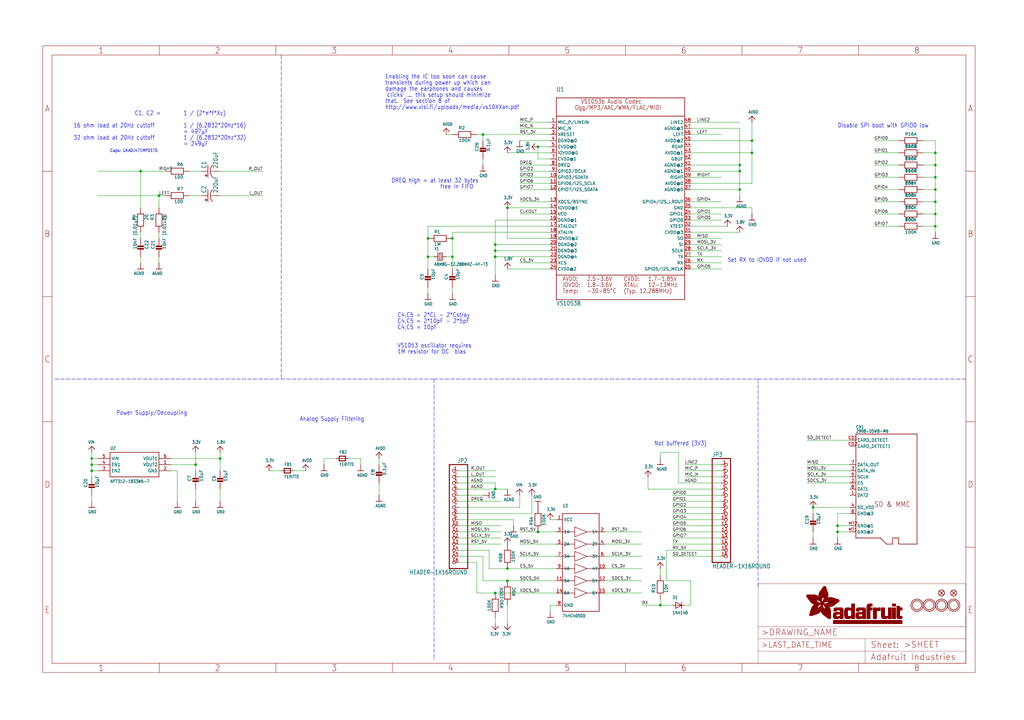
<source format=kicad_sch>
(kicad_sch (version 20211123) (generator eeschema)
  (paper "User" 425.45 299.161)
  (lib_symbols
    (symbol "eagleSchem-eagle-import:1.8V" (power)
      (property "Value" "1.8V" (at -1.524 1.016 0))
      (symbol "1.8V_1_0"
        (pin power_in line (at 0 -2.54 90) (length 2.54) (name "1.8V") (number "1"))
      )
    )
    (symbol "eagleSchem-eagle-import:3.3V" (power)
      (property "Value" "3.3V" (at -1.524 1.016 0))
      (symbol "3.3V_1_0"
        (pin power_in line (at 0 -2.54 90) (length 2.54) (name "3.3V") (number "1"))
      )
    )
    (symbol "eagleSchem-eagle-import:74HC4050D"
      (property "Reference" "U" (at -7.62 22.86 0))
      (property "Value" "74HC4050D" (at -7.62 -22.86 0))
      (symbol "74HC4050D_1_0"
        (pin bidirectional line (at -10.16 17.78 0) (length 2.54) (name "VCC") (number "1"))
        (pin bidirectional line (at 10.16 -2.54 180) (length 2.54) (name "4Y") (number "10"))
        (pin bidirectional line (at -10.16 -7.62 0) (length 2.54) (name "5A") (number "11"))
        (pin bidirectional line (at 10.16 -7.62 180) (length 2.54) (name "5Y") (number "12"))
        (pin bidirectional line (at -10.16 -12.7 0) (length 2.54) (name "6A") (number "14"))
        (pin bidirectional line (at 10.16 -12.7 180) (length 2.54) (name "6Y") (number "15"))
        (pin bidirectional line (at 10.16 12.7 180) (length 2.54) (name "1Y") (number "2"))
        (pin bidirectional line (at -10.16 12.7 0) (length 2.54) (name "1A") (number "3"))
        (pin bidirectional line (at 10.16 7.62 180) (length 2.54) (name "2Y") (number "4"))
        (pin bidirectional line (at -10.16 7.62 0) (length 2.54) (name "2A") (number "5"))
        (pin bidirectional line (at 10.16 2.54 180) (length 2.54) (name "3Y") (number "6"))
        (pin bidirectional line (at -10.16 2.54 0) (length 2.54) (name "3A") (number "7"))
        (pin bidirectional line (at -10.16 -17.78 0) (length 2.54) (name "GND") (number "8"))
        (pin bidirectional line (at -10.16 -2.54 0) (length 2.54) (name "4A") (number "9"))
      )
    )
    (symbol "eagleSchem-eagle-import:AGND" (power)
      (property "Value" "AGND" (at -1.524 -2.54 0))
      (symbol "AGND_1_0"
        (pin power_in line (at 0 2.54 270) (length 2.54) (name "AGND") (number "1"))
      )
    )
    (symbol "eagleSchem-eagle-import:AVDD" (power)
      (property "Value" "AVDD" (at -1.524 1.016 0))
      (symbol "AVDD_1_0"
        (pin power_in line (at 0 -2.54 90) (length 2.54) (name "AVDD") (number "1"))
      )
    )
    (symbol "eagleSchem-eagle-import:CAP_CERAMIC_0805MP"
      (property "Reference" "C" (at -1.79 0.54 90))
      (property "Value" "CAP_CERAMIC_0805MP" (at 3 0.54 90))
      (symbol "CAP_CERAMIC_0805MP_1_0"
        (pin passive line (at 0 5.08 270) (length 2.54) (name "1") (number "1"))
        (pin passive line (at 0 -2.54 90) (length 2.54) (name "2") (number "2"))
      )
    )
    (symbol "eagleSchem-eagle-import:CPOL-USC"
      (property "Reference" "C" (at 1.016 0.635 0))
      (property "Value" "CPOL-USC" (at 1.016 -4.191 0))
      (symbol "CPOL-USC_1_0"
        (pin passive line (at 0 2.54 270) (length 2.54) (name "+") (number "+"))
        (pin passive line (at 0 -5.08 90) (length 2.54) (name "-") (number "-"))
      )
    )
    (symbol "eagleSchem-eagle-import:CRYSTAL3.2X2.5"
      (property "Reference" "Y" (at -2.54 2.54 0))
      (property "Value" "CRYSTAL3.2X2.5" (at -2.54 -3.81 0))
      (symbol "CRYSTAL3.2X2.5_1_0"
        (pin passive line (at -2.54 0 0) (length 0) (name "1") (number "1"))
        (pin passive line (at 2.54 0 180) (length 0) (name "2") (number "2"))
      )
    )
    (symbol "eagleSchem-eagle-import:DIODESOD-323"
      (property "Reference" "D" (at -2.54 2.54 0))
      (property "Value" "DIODESOD-323" (at -2.54 -3.81 0))
      (symbol "DIODESOD-323_1_0"
        (pin passive line (at -2.54 0 0) (length 2.54) (name "A") (number "A"))
        (pin passive line (at 2.54 0 180) (length 2.54) (name "C") (number "C"))
      )
    )
    (symbol "eagleSchem-eagle-import:FERRITE_0805MP"
      (property "Reference" "FB" (at -1.27 1.905 0))
      (property "Value" "FERRITE_0805MP" (at -1.27 -3.175 0))
      (symbol "FERRITE_0805MP_1_0"
        (pin passive line (at -2.54 0 0) (length 2.54) (name "P$1") (number "1"))
        (pin passive line (at 2.54 0 180) (length 2.54) (name "P$2") (number "2"))
      )
    )
    (symbol "eagleSchem-eagle-import:FIDUCIAL{dblquote}{dblquote}")
    (symbol "eagleSchem-eagle-import:FRAME_A3_ADAFRUIT"
      (symbol "FRAME_A3_ADAFRUIT_0_0"
        (text "1" (at 24.2094 1.905 0) (effects (font (size 2.54 2.286))))
        (text "1" (at 24.2094 258.445 0) (effects (font (size 2.54 2.286))))
        (text "2" (at 72.6281 1.905 0) (effects (font (size 2.54 2.286))))
        (text "2" (at 72.6281 258.445 0) (effects (font (size 2.54 2.286))))
        (text "3" (at 121.0469 1.905 0) (effects (font (size 2.54 2.286))))
        (text "3" (at 121.0469 258.445 0) (effects (font (size 2.54 2.286))))
        (text "4" (at 169.4656 1.905 0) (effects (font (size 2.54 2.286))))
        (text "4" (at 169.4656 258.445 0) (effects (font (size 2.54 2.286))))
        (text "5" (at 217.8844 1.905 0) (effects (font (size 2.54 2.286))))
        (text "5" (at 217.8844 258.445 0) (effects (font (size 2.54 2.286))))
        (text "6" (at 266.3031 1.905 0) (effects (font (size 2.54 2.286))))
        (text "6" (at 266.3031 258.445 0) (effects (font (size 2.54 2.286))))
        (text "7" (at 314.7219 1.905 0) (effects (font (size 2.54 2.286))))
        (text "7" (at 314.7219 258.445 0) (effects (font (size 2.54 2.286))))
        (text "8" (at 363.1406 1.905 0) (effects (font (size 2.54 2.286))))
        (text "8" (at 363.1406 258.445 0) (effects (font (size 2.54 2.286))))
        (text "A" (at 1.905 234.315 0) (effects (font (size 2.54 2.286))))
        (text "A" (at 385.445 234.315 0) (effects (font (size 2.54 2.286))))
        (text "B" (at 1.905 182.245 0) (effects (font (size 2.54 2.286))))
        (text "B" (at 385.445 182.245 0) (effects (font (size 2.54 2.286))))
        (text "C" (at 1.905 130.175 0) (effects (font (size 2.54 2.286))))
        (text "C" (at 385.445 130.175 0) (effects (font (size 2.54 2.286))))
        (text "D" (at 1.905 78.105 0) (effects (font (size 2.54 2.286))))
        (text "D" (at 385.445 78.105 0) (effects (font (size 2.54 2.286))))
        (text "E" (at 1.905 26.035 0) (effects (font (size 2.54 2.286))))
        (text "E" (at 385.445 26.035 0) (effects (font (size 2.54 2.286))))
      )
      (symbol "FRAME_A3_ADAFRUIT_1_0"
        (text ">DRAWING_NAME" (at 298.45 15.24 0) (effects (font (size 2.54 2.54)) (justify left bottom)))
        (text ">LAST_DATE_TIME" (at 298.45 10.16 0) (effects (font (size 2.286 2.286)) (justify left bottom)))
        (text ">SHEET" (at 357.505 10.16 0) (effects (font (size 2.54 2.54)) (justify left bottom)))
        (text "Adafruit Industries" (at 343.916 4.953 0) (effects (font (size 2.54 2.54)) (justify left bottom)))
        (text "Sheet:" (at 343.916 10.033 0) (effects (font (size 2.54 2.54)) (justify left bottom)))
      )
    )
    (symbol "eagleSchem-eagle-import:GND" (power)
      (property "Value" "GND" (at -1.524 -2.54 0))
      (symbol "GND_1_0"
        (pin power_in line (at 0 2.54 270) (length 2.54) (name "GND") (number "1"))
      )
    )
    (symbol "eagleSchem-eagle-import:HEADER-1X16ROUND"
      (property "Reference" "JP" (at -6.35 20.955 0))
      (property "Value" "HEADER-1X16ROUND" (at -6.35 -25.4 0))
      (symbol "HEADER-1X16ROUND_1_0"
        (pin passive inverted (at -2.54 17.78 0) (length 2.54) (name "1") (number "1"))
        (pin passive inverted (at -2.54 -5.08 0) (length 2.54) (name "10") (number "10"))
        (pin passive inverted (at -2.54 -7.62 0) (length 2.54) (name "11") (number "11"))
        (pin passive inverted (at -2.54 -10.16 0) (length 2.54) (name "12") (number "12"))
        (pin passive inverted (at -2.54 -12.7 0) (length 2.54) (name "13") (number "13"))
        (pin passive inverted (at -2.54 -15.24 0) (length 2.54) (name "14") (number "14"))
        (pin passive inverted (at -2.54 -17.78 0) (length 2.54) (name "15") (number "15"))
        (pin passive inverted (at -2.54 -20.32 0) (length 2.54) (name "16") (number "16"))
        (pin passive inverted (at -2.54 15.24 0) (length 2.54) (name "2") (number "2"))
        (pin passive inverted (at -2.54 12.7 0) (length 2.54) (name "3") (number "3"))
        (pin passive inverted (at -2.54 10.16 0) (length 2.54) (name "4") (number "4"))
        (pin passive inverted (at -2.54 7.62 0) (length 2.54) (name "5") (number "5"))
        (pin passive inverted (at -2.54 5.08 0) (length 2.54) (name "6") (number "6"))
        (pin passive inverted (at -2.54 2.54 0) (length 2.54) (name "7") (number "7"))
        (pin passive inverted (at -2.54 0 0) (length 2.54) (name "8") (number "8"))
        (pin passive inverted (at -2.54 -2.54 0) (length 2.54) (name "9") (number "9"))
      )
    )
    (symbol "eagleSchem-eagle-import:MICROSD"
      (property "Reference" "X" (at -12.7 22.606 0))
      (property "Value" "MICROSD" (at -12.7 20.828 0))
      (symbol "MICROSD_1_0"
        (text "SD & MMC" (at -5.08 -10.16 0) (effects (font (size 2.1844 1.8567)) (justify left bottom)))
        (pin bidirectional line (at -15.24 -5.08 0) (length 2.54) (name "DAT2") (number "1"))
        (pin input line (at -15.24 0 0) (length 2.54) (name "CS") (number "2"))
        (pin input line (at -15.24 5.08 0) (length 2.54) (name "DATA_IN") (number "3"))
        (pin power_in line (at -15.24 -10.16 0) (length 2.54) (name "SD_VDD") (number "4"))
        (pin input line (at -15.24 2.54 0) (length 2.54) (name "SCLK") (number "5"))
        (pin power_in line (at -15.24 -12.7 0) (length 2.54) (name "GND@3") (number "6"))
        (pin output line (at -15.24 7.62 0) (length 2.54) (name "DATA_OUT") (number "7"))
        (pin bidirectional line (at -15.24 -2.54 0) (length 2.54) (name "DAT1") (number "8"))
        (pin passive line (at -15.24 17.78 0) (length 2.54) (name "CARD_DETECT") (number "CD1"))
        (pin passive line (at -15.24 15.24 0) (length 2.54) (name "CARD_DETECT1") (number "CD2"))
        (pin power_in line (at -15.24 -20.32 0) (length 2.54) (name "GND@2") (number "MT1"))
        (pin power_in line (at -15.24 -17.78 0) (length 2.54) (name "GND@1") (number "MT2"))
      )
    )
    (symbol "eagleSchem-eagle-import:MOUNTINGHOLE3.0THIN")
    (symbol "eagleSchem-eagle-import:RESISTOR0805_NOOUTLINE"
      (property "Reference" "R" (at -2.54 2.032 0))
      (property "Value" "RESISTOR0805_NOOUTLINE" (at -2.54 -3.175 0))
      (symbol "RESISTOR0805_NOOUTLINE_1_0"
        (pin passive line (at -5.08 0 0) (length 2.54) (name "1") (number "1"))
        (pin passive line (at 5.08 0 180) (length 2.54) (name "2") (number "2"))
      )
    )
    (symbol "eagleSchem-eagle-import:RESISTOR_0805MP"
      (property "Reference" "R" (at -2.54 2.032 0))
      (property "Value" "RESISTOR_0805MP" (at -2.54 -3.175 0))
      (symbol "RESISTOR_0805MP_1_0"
        (pin passive line (at -5.08 0 0) (length 2.54) (name "1") (number "1"))
        (pin passive line (at 5.08 0 180) (length 2.54) (name "2") (number "2"))
      )
    )
    (symbol "eagleSchem-eagle-import:RESISTOR_4PACK"
      (property "Reference" "R" (at -2.54 2.032 0))
      (property "Value" "RESISTOR_4PACK" (at -2.54 -3.175 0))
      (symbol "RESISTOR_4PACK_1_0"
        (pin passive line (at -5.08 0 0) (length 2.54) (name "1") (number "1"))
        (pin passive line (at 5.08 0 180) (length 2.54) (name "2") (number "8"))
      )
      (symbol "RESISTOR_4PACK_2_0"
        (pin passive line (at -5.08 0 0) (length 2.54) (name "1") (number "2"))
        (pin passive line (at 5.08 0 180) (length 2.54) (name "2") (number "7"))
      )
      (symbol "RESISTOR_4PACK_3_0"
        (pin passive line (at -5.08 0 0) (length 2.54) (name "1") (number "3"))
        (pin passive line (at 5.08 0 180) (length 2.54) (name "2") (number "6"))
      )
      (symbol "RESISTOR_4PACK_4_0"
        (pin passive line (at -5.08 0 0) (length 2.54) (name "1") (number "4"))
        (pin passive line (at 5.08 0 180) (length 2.54) (name "2") (number "5"))
      )
    )
    (symbol "eagleSchem-eagle-import:VIN" (power)
      (property "Value" "VIN" (at -1.524 1.016 0))
      (symbol "VIN_1_0"
        (pin power_in line (at 0 -2.54 90) (length 2.54) (name "VIN") (number "1"))
      )
    )
    (symbol "eagleSchem-eagle-import:VREG_SOT23-6_DUALAP7312"
      (property "Reference" "U" (at -10.16 6.096 0))
      (property "Value" "VREG_SOT23-6_DUALAP7312" (at -10.16 -7.62 0))
      (symbol "VREG_SOT23-6_DUALAP7312_1_0"
        (pin bidirectional line (at 15.24 0 180) (length 5.08) (name "VOUT2") (number "1"))
        (pin bidirectional line (at 15.24 -2.54 180) (length 5.08) (name "GND") (number "2"))
        (pin bidirectional line (at -15.24 -2.54 0) (length 5.08) (name "EN2") (number "3"))
        (pin bidirectional line (at -15.24 0 0) (length 5.08) (name "EN1") (number "4"))
        (pin bidirectional line (at -15.24 2.54 0) (length 5.08) (name "VIN") (number "5"))
        (pin bidirectional line (at 15.24 2.54 180) (length 5.08) (name "VOUT1") (number "6"))
      )
    )
    (symbol "eagleSchem-eagle-import:VS1053B"
      (property "Reference" "U" (at -25.4 43.18 0))
      (property "Value" "VS1053B" (at -25.4 -45.72 0))
      (symbol "VS1053B_1_0"
        (text "(Typ. 12.288MHz)" (at 2.54 -40.64 0) (effects (font (size 1.778 1.5113)) (justify left bottom)))
        (text "-30-85°C" (at -12.7 -40.64 0) (effects (font (size 1.778 1.5113)) (justify left bottom)))
        (text "1.7-1.85V" (at 12.7 -35.56 0) (effects (font (size 1.778 1.5113)) (justify left bottom)))
        (text "1.8-3.6V" (at -12.7 -38.1 0) (effects (font (size 1.778 1.5113)) (justify left bottom)))
        (text "12-13MHz" (at 12.7 -38.1 0) (effects (font (size 1.778 1.5113)) (justify left bottom)))
        (text "2.5-3.6V" (at -12.7 -35.56 0) (effects (font (size 1.778 1.5113)) (justify left bottom)))
        (text "AVDD:" (at -22.86 -35.56 0) (effects (font (size 1.778 1.5113)) (justify left bottom)))
        (text "CVDD:" (at 2.54 -35.56 0) (effects (font (size 1.778 1.5113)) (justify left bottom)))
        (text "IOVDD:" (at -22.86 -38.1 0) (effects (font (size 1.778 1.5113)) (justify left bottom)))
        (text "Ogg/MP3/AAC/WMA/FLAC/MIDI" (at -17.78 35.56 0) (effects (font (size 1.778 1.5113)) (justify left bottom)))
        (text "Temp:" (at -22.86 -40.64 0) (effects (font (size 1.778 1.5113)) (justify left bottom)))
        (text "VS1053b Audio Codec" (at -15.24 38.1 0) (effects (font (size 1.778 1.5113)) (justify left bottom)))
        (text "XTAL:" (at 2.54 -38.1 0) (effects (font (size 1.778 1.5113)) (justify left bottom)))
        (pin bidirectional line (at -27.94 30.48 0) (length 2.54) (name "MIC_P/LINEIN") (number "1"))
        (pin bidirectional line (at -27.94 7.62 0) (length 2.54) (name "GPIO3/SDATA") (number "10"))
        (pin bidirectional line (at -27.94 5.08 0) (length 2.54) (name "GPIO6/I2S_SCLK") (number "11"))
        (pin bidirectional line (at -27.94 2.54 0) (length 2.54) (name "GPIO7/I2S_SDATA") (number "12"))
        (pin bidirectional line (at -27.94 -2.54 0) (length 2.54) (name "XDCS/BSYNC") (number "13"))
        (pin power_in line (at -27.94 -5.08 0) (length 2.54) (name "IOVDD@1") (number "14"))
        (pin bidirectional line (at -27.94 -7.62 0) (length 2.54) (name "VCO") (number "15"))
        (pin power_in line (at -27.94 -10.16 0) (length 2.54) (name "DGND@1") (number "16"))
        (pin output line (at -27.94 -12.7 0) (length 2.54) (name "XTALOUT") (number "17"))
        (pin input line (at -27.94 -15.24 0) (length 2.54) (name "XTALIN") (number "18"))
        (pin power_in line (at -27.94 -17.78 0) (length 2.54) (name "IOVDD@2") (number "19"))
        (pin bidirectional line (at -27.94 27.94 0) (length 2.54) (name "MIC_N") (number "2"))
        (pin power_in line (at -27.94 -20.32 0) (length 2.54) (name "DGND@2") (number "20"))
        (pin power_in line (at -27.94 -22.86 0) (length 2.54) (name "DGND@3") (number "21"))
        (pin power_in line (at -27.94 -25.4 0) (length 2.54) (name "DGND@4") (number "22"))
        (pin bidirectional line (at -27.94 -27.94 0) (length 2.54) (name "XCS") (number "23"))
        (pin power_in line (at -27.94 -30.48 0) (length 2.54) (name "CVDD@2") (number "24"))
        (pin bidirectional line (at 30.48 -30.48 180) (length 2.54) (name "GPIO5/I2S_MCLK") (number "25"))
        (pin bidirectional line (at 30.48 -27.94 180) (length 2.54) (name "RX") (number "26"))
        (pin bidirectional line (at 30.48 -25.4 180) (length 2.54) (name "TX") (number "27"))
        (pin bidirectional line (at 30.48 -22.86 180) (length 2.54) (name "SCLK") (number "28"))
        (pin bidirectional line (at 30.48 -20.32 180) (length 2.54) (name "SI") (number "29"))
        (pin bidirectional line (at -27.94 25.4 0) (length 2.54) (name "XRESET") (number "3"))
        (pin bidirectional line (at 30.48 -17.78 180) (length 2.54) (name "SO") (number "30"))
        (pin power_in line (at 30.48 -15.24 180) (length 2.54) (name "CVDD@3") (number "31"))
        (pin bidirectional line (at 30.48 -12.7 180) (length 2.54) (name "XTEST") (number "32"))
        (pin bidirectional line (at 30.48 -10.16 180) (length 2.54) (name "GPIO0") (number "33"))
        (pin bidirectional line (at 30.48 -7.62 180) (length 2.54) (name "GPIO1") (number "34"))
        (pin power_in line (at 30.48 -5.08 180) (length 2.54) (name "GND") (number "35"))
        (pin bidirectional line (at 30.48 -2.54 180) (length 2.54) (name "GPIO4/I2S_LROUT") (number "36"))
        (pin power_in line (at 30.48 2.54 180) (length 2.54) (name "AGND@0") (number "37"))
        (pin power_in line (at 30.48 5.08 180) (length 2.54) (name "AVDD@0") (number "38"))
        (pin bidirectional line (at 30.48 7.62 180) (length 2.54) (name "RIGHT") (number "39"))
        (pin power_in line (at -27.94 22.86 0) (length 2.54) (name "DGND@0") (number "4"))
        (pin power_in line (at 30.48 10.16 180) (length 2.54) (name "AGND@1") (number "40"))
        (pin power_in line (at 30.48 12.7 180) (length 2.54) (name "AGND@2") (number "41"))
        (pin bidirectional line (at 30.48 15.24 180) (length 2.54) (name "GBUF") (number "42"))
        (pin power_in line (at 30.48 17.78 180) (length 2.54) (name "AVDD@1") (number "43"))
        (pin bidirectional line (at 30.48 20.32 180) (length 2.54) (name "RCAP") (number "44"))
        (pin power_in line (at 30.48 22.86 180) (length 2.54) (name "AVDD@2") (number "45"))
        (pin bidirectional line (at 30.48 25.4 180) (length 2.54) (name "LEFT") (number "46"))
        (pin power_in line (at 30.48 27.94 180) (length 2.54) (name "AGND@3") (number "47"))
        (pin bidirectional line (at 30.48 30.48 180) (length 2.54) (name "LINE2") (number "48"))
        (pin power_in line (at -27.94 20.32 0) (length 2.54) (name "CVDD@0") (number "5"))
        (pin power_in line (at -27.94 17.78 0) (length 2.54) (name "IOVDD@0") (number "6"))
        (pin power_in line (at -27.94 15.24 0) (length 2.54) (name "CVDD@1") (number "7"))
        (pin bidirectional line (at -27.94 12.7 0) (length 2.54) (name "DREQ") (number "8"))
        (pin bidirectional line (at -27.94 10.16 0) (length 2.54) (name "GPIO2/DCLK") (number "9"))
      )
    )
  )
  (junction (at 274.32 251.46))
  (junction (at 347.98 218.44))
  (junction (at 66.04 81.28))
  (junction (at 58.42 71.12))
  (junction (at 210.82 236.22))
  (junction (at 38.1 190.5))
  (junction (at 210.82 86.36))
  (junction (at 205.74 246.38))
  (junction (at 187.96 99.06))
  (junction (at 205.74 203.2))
  (junction (at 388.62 73.66))
  (junction (at 307.34 68.58))
  (junction (at 205.74 104.14))
  (junction (at 38.1 195.58))
  (junction (at 38.1 193.04))
  (junction (at 187.96 106.68))
  (junction (at 388.62 83.82))
  (junction (at 312.42 58.42))
  (junction (at 223.52 60.96))
  (junction (at 307.34 78.74))
  (junction (at 388.62 68.58))
  (junction (at 388.62 78.74))
  (junction (at 312.42 63.5))
  (junction (at 388.62 63.5))
  (junction (at 307.34 71.12))
  (junction (at 205.74 106.68))
  (junction (at 210.82 241.3))
  (junction (at 177.8 106.68))
  (junction (at 388.62 93.98))
  (junction (at 200.66 55.88))
  (junction (at 388.62 88.9))
  (junction (at 337.82 210.82))
  (junction (at 91.44 190.5))
  (junction (at 81.28 193.04))
  (junction (at 223.52 220.98))
  (junction (at 347.98 220.98))
  (junction (at 205.74 101.6))
  (junction (at 177.8 99.06))
  (wire (pts (xy 287.02 55.88) (xy 299.72 55.88)))
  (wire (pts (xy 287.02 93.98) (xy 302.26 93.98)))
  (wire (pts (xy 307.34 78.74) (xy 307.34 81.28)))
  (wire (pts (xy 203.2 236.22) (xy 203.2 228.6)))
  (wire (pts (xy 66.04 81.28) (xy 40.64 81.28)))
  (wire (pts (xy 388.62 88.9) (xy 388.62 93.98)))
  (wire (pts (xy 40.64 195.58) (xy 38.1 195.58)))
  (wire (pts (xy 200.66 55.88) (xy 200.66 58.42)))
  (wire (pts (xy 287.02 99.06) (xy 299.72 99.06)))
  (wire (pts (xy 198.12 233.68) (xy 190.5 233.68)))
  (wire (pts (xy 149.86 190.5) (xy 149.86 193.04)))
  (wire (pts (xy 40.64 190.5) (xy 38.1 190.5)))
  (wire (pts (xy 287.02 86.36) (xy 312.42 86.36)))
  (polyline (pts (xy 116.84 157.48) (xy 180.34 157.48)))
  (wire (pts (xy 144.78 190.5) (xy 149.86 190.5)))
  (wire (pts (xy 279.4 251.46) (xy 274.32 251.46)))
  (wire (pts (xy 200.66 55.88) (xy 198.12 55.88)))
  (wire (pts (xy 312.42 50.8) (xy 312.42 58.42)))
  (wire (pts (xy 269.24 203.2) (xy 299.72 203.2)))
  (wire (pts (xy 231.14 231.14) (xy 215.9 231.14)))
  (wire (pts (xy 388.62 63.5) (xy 388.62 68.58)))
  (wire (pts (xy 307.34 53.34) (xy 307.34 68.58)))
  (wire (pts (xy 177.8 106.68) (xy 177.8 111.76)))
  (wire (pts (xy 177.8 93.98) (xy 177.8 99.06)))
  (wire (pts (xy 40.64 193.04) (xy 38.1 193.04)))
  (polyline (pts (xy 22.86 157.48) (xy 116.84 157.48)))
  (wire (pts (xy 373.38 68.58) (xy 363.22 68.58)))
  (wire (pts (xy 299.72 200.66) (xy 281.94 200.66)))
  (wire (pts (xy 383.54 63.5) (xy 388.62 63.5)))
  (wire (pts (xy 205.74 101.6) (xy 205.74 104.14)))
  (wire (pts (xy 347.98 220.98) (xy 347.98 223.52)))
  (wire (pts (xy 251.46 220.98) (xy 266.7 220.98)))
  (wire (pts (xy 347.98 218.44) (xy 347.98 220.98)))
  (wire (pts (xy 287.02 88.9) (xy 299.72 88.9)))
  (wire (pts (xy 210.82 241.3) (xy 200.66 241.3)))
  (wire (pts (xy 215.9 210.82) (xy 215.9 205.74)))
  (wire (pts (xy 231.14 251.46) (xy 228.6 251.46)))
  (wire (pts (xy 228.6 104.14) (xy 205.74 104.14)))
  (wire (pts (xy 187.96 99.06) (xy 187.96 106.68)))
  (wire (pts (xy 190.5 223.52) (xy 208.28 223.52)))
  (wire (pts (xy 312.42 58.42) (xy 312.42 63.5)))
  (wire (pts (xy 353.06 213.36) (xy 347.98 213.36)))
  (wire (pts (xy 299.72 215.9) (xy 279.4 215.9)))
  (wire (pts (xy 388.62 93.98) (xy 388.62 96.52)))
  (wire (pts (xy 210.82 99.06) (xy 210.82 86.36)))
  (wire (pts (xy 228.6 109.22) (xy 215.9 109.22)))
  (wire (pts (xy 73.66 195.58) (xy 73.66 208.28)))
  (wire (pts (xy 200.66 205.74) (xy 190.5 205.74)))
  (wire (pts (xy 58.42 71.12) (xy 58.42 86.36)))
  (wire (pts (xy 190.5 220.98) (xy 208.28 220.98)))
  (wire (pts (xy 276.86 241.3) (xy 276.86 228.6)))
  (wire (pts (xy 284.48 251.46) (xy 287.02 251.46)))
  (wire (pts (xy 66.04 81.28) (xy 66.04 86.36)))
  (wire (pts (xy 274.32 251.46) (xy 266.7 251.46)))
  (wire (pts (xy 266.7 226.06) (xy 251.46 226.06)))
  (wire (pts (xy 231.14 241.3) (xy 210.82 241.3)))
  (wire (pts (xy 228.6 71.12) (xy 215.9 71.12)))
  (wire (pts (xy 299.72 231.14) (xy 279.4 231.14)))
  (wire (pts (xy 383.54 58.42) (xy 388.62 58.42)))
  (wire (pts (xy 287.02 71.12) (xy 307.34 71.12)))
  (wire (pts (xy 157.48 190.5) (xy 157.48 193.04)))
  (wire (pts (xy 287.02 76.2) (xy 312.42 76.2)))
  (wire (pts (xy 111.76 195.58) (xy 116.84 195.58)))
  (wire (pts (xy 81.28 193.04) (xy 81.28 187.96)))
  (wire (pts (xy 228.6 88.9) (xy 215.9 88.9)))
  (wire (pts (xy 205.74 246.38) (xy 198.12 246.38)))
  (wire (pts (xy 205.74 106.68) (xy 205.74 114.3)))
  (wire (pts (xy 284.48 195.58) (xy 299.72 195.58)))
  (wire (pts (xy 388.62 73.66) (xy 388.62 78.74)))
  (wire (pts (xy 38.1 195.58) (xy 38.1 193.04)))
  (wire (pts (xy 121.92 195.58) (xy 127 195.58)))
  (wire (pts (xy 190.5 195.58) (xy 205.74 195.58)))
  (wire (pts (xy 388.62 58.42) (xy 388.62 63.5)))
  (wire (pts (xy 299.72 226.06) (xy 279.4 226.06)))
  (wire (pts (xy 228.6 68.58) (xy 215.9 68.58)))
  (wire (pts (xy 299.72 220.98) (xy 279.4 220.98)))
  (wire (pts (xy 281.94 187.96) (xy 281.94 200.66)))
  (wire (pts (xy 287.02 101.6) (xy 299.72 101.6)))
  (wire (pts (xy 287.02 111.76) (xy 299.72 111.76)))
  (wire (pts (xy 299.72 210.82) (xy 279.4 210.82)))
  (wire (pts (xy 177.8 99.06) (xy 177.8 106.68)))
  (wire (pts (xy 228.6 111.76) (xy 210.82 111.76)))
  (wire (pts (xy 190.5 208.28) (xy 208.28 208.28)))
  (wire (pts (xy 190.5 203.2) (xy 205.74 203.2)))
  (wire (pts (xy 205.74 203.2) (xy 210.82 203.2)))
  (wire (pts (xy 210.82 236.22) (xy 203.2 236.22)))
  (wire (pts (xy 287.02 63.5) (xy 312.42 63.5)))
  (wire (pts (xy 287.02 78.74) (xy 307.34 78.74)))
  (wire (pts (xy 228.6 93.98) (xy 177.8 93.98)))
  (wire (pts (xy 388.62 78.74) (xy 388.62 83.82)))
  (wire (pts (xy 231.14 215.9) (xy 228.6 215.9)))
  (wire (pts (xy 228.6 76.2) (xy 215.9 76.2)))
  (polyline (pts (xy 180.34 157.48) (xy 314.96 157.48)))
  (wire (pts (xy 383.54 73.66) (xy 388.62 73.66)))
  (wire (pts (xy 251.46 231.14) (xy 266.7 231.14)))
  (wire (pts (xy 205.74 256.54) (xy 205.74 259.08)))
  (wire (pts (xy 299.72 223.52) (xy 279.4 223.52)))
  (wire (pts (xy 66.04 96.52) (xy 66.04 99.06)))
  (wire (pts (xy 203.2 228.6) (xy 190.5 228.6)))
  (wire (pts (xy 287.02 251.46) (xy 287.02 241.3)))
  (wire (pts (xy 274.32 238.76) (xy 274.32 236.22)))
  (wire (pts (xy 205.74 200.66) (xy 205.74 203.2)))
  (wire (pts (xy 383.54 83.82) (xy 388.62 83.82)))
  (wire (pts (xy 180.34 106.68) (xy 177.8 106.68)))
  (wire (pts (xy 228.6 73.66) (xy 215.9 73.66)))
  (wire (pts (xy 91.44 190.5) (xy 91.44 187.96)))
  (wire (pts (xy 228.6 251.46) (xy 228.6 254)))
  (wire (pts (xy 91.44 203.2) (xy 91.44 208.28)))
  (wire (pts (xy 81.28 193.04) (xy 81.28 195.58)))
  (wire (pts (xy 388.62 68.58) (xy 388.62 73.66)))
  (wire (pts (xy 228.6 50.8) (xy 215.9 50.8)))
  (wire (pts (xy 91.44 81.28) (xy 109.22 81.28)))
  (wire (pts (xy 210.82 251.46) (xy 210.82 259.08)))
  (wire (pts (xy 228.6 101.6) (xy 205.74 101.6)))
  (wire (pts (xy 287.02 106.68) (xy 299.72 106.68)))
  (wire (pts (xy 187.96 106.68) (xy 187.96 111.76)))
  (wire (pts (xy 251.46 241.3) (xy 266.7 241.3)))
  (wire (pts (xy 220.98 213.36) (xy 220.98 205.74)))
  (wire (pts (xy 287.02 68.58) (xy 307.34 68.58)))
  (wire (pts (xy 353.06 198.12) (xy 335.28 198.12)))
  (wire (pts (xy 134.62 190.5) (xy 139.7 190.5)))
  (wire (pts (xy 205.74 104.14) (xy 205.74 106.68)))
  (wire (pts (xy 78.74 71.12) (xy 83.82 71.12)))
  (wire (pts (xy 388.62 83.82) (xy 388.62 88.9)))
  (wire (pts (xy 71.12 193.04) (xy 81.28 193.04)))
  (wire (pts (xy 353.06 218.44) (xy 347.98 218.44)))
  (wire (pts (xy 383.54 93.98) (xy 388.62 93.98)))
  (wire (pts (xy 68.58 71.12) (xy 58.42 71.12)))
  (wire (pts (xy 185.42 106.68) (xy 187.96 106.68)))
  (wire (pts (xy 190.5 213.36) (xy 220.98 213.36)))
  (wire (pts (xy 78.74 81.28) (xy 83.82 81.28)))
  (wire (pts (xy 38.1 205.74) (xy 38.1 208.28)))
  (wire (pts (xy 228.6 96.52) (xy 187.96 96.52)))
  (wire (pts (xy 187.96 119.38) (xy 187.96 121.92)))
  (wire (pts (xy 38.1 195.58) (xy 38.1 198.12)))
  (wire (pts (xy 299.72 218.44) (xy 279.4 218.44)))
  (wire (pts (xy 363.22 58.42) (xy 373.38 58.42)))
  (wire (pts (xy 269.24 198.12) (xy 269.24 203.2)))
  (wire (pts (xy 190.5 215.9) (xy 213.36 215.9)))
  (wire (pts (xy 284.48 198.12) (xy 299.72 198.12)))
  (wire (pts (xy 134.62 193.04) (xy 134.62 190.5)))
  (wire (pts (xy 228.6 63.5) (xy 210.82 63.5)))
  (wire (pts (xy 287.02 96.52) (xy 307.34 96.52)))
  (wire (pts (xy 228.6 58.42) (xy 215.9 58.42)))
  (wire (pts (xy 287.02 73.66) (xy 299.72 73.66)))
  (wire (pts (xy 190.5 198.12) (xy 205.74 198.12)))
  (wire (pts (xy 373.38 88.9) (xy 363.22 88.9)))
  (wire (pts (xy 363.22 83.82) (xy 373.38 83.82)))
  (wire (pts (xy 353.06 220.98) (xy 347.98 220.98)))
  (wire (pts (xy 205.74 91.44) (xy 205.74 101.6)))
  (wire (pts (xy 66.04 106.68) (xy 66.04 109.22)))
  (wire (pts (xy 68.58 81.28) (xy 66.04 81.28)))
  (wire (pts (xy 187.96 96.52) (xy 187.96 99.06)))
  (wire (pts (xy 353.06 193.04) (xy 335.28 193.04)))
  (wire (pts (xy 383.54 68.58) (xy 388.62 68.58)))
  (wire (pts (xy 373.38 73.66) (xy 363.22 73.66)))
  (wire (pts (xy 353.06 195.58) (xy 335.28 195.58)))
  (wire (pts (xy 231.14 226.06) (xy 215.9 226.06)))
  (wire (pts (xy 38.1 193.04) (xy 38.1 190.5)))
  (wire (pts (xy 228.6 99.06) (xy 210.82 99.06)))
  (wire (pts (xy 287.02 53.34) (xy 307.34 53.34)))
  (wire (pts (xy 157.48 200.66) (xy 157.48 205.74)))
  (wire (pts (xy 287.02 241.3) (xy 276.86 241.3)))
  (wire (pts (xy 228.6 60.96) (xy 223.52 60.96)))
  (wire (pts (xy 383.54 78.74) (xy 388.62 78.74)))
  (polyline (pts (xy 314.96 157.48) (xy 401.32 157.48)))
  (wire (pts (xy 228.6 53.34) (xy 215.9 53.34)))
  (wire (pts (xy 190.5 200.66) (xy 205.74 200.66)))
  (polyline (pts (xy 314.96 157.48) (xy 314.96 243.84)))
  (wire (pts (xy 228.6 55.88) (xy 200.66 55.88)))
  (wire (pts (xy 228.6 86.36) (xy 210.82 86.36)))
  (wire (pts (xy 287.02 91.44) (xy 299.72 91.44)))
  (wire (pts (xy 312.42 86.36) (xy 312.42 88.9)))
  (wire (pts (xy 383.54 88.9) (xy 388.62 88.9)))
  (wire (pts (xy 287.02 50.8) (xy 307.34 50.8)))
  (wire (pts (xy 299.72 228.6) (xy 276.86 228.6)))
  (wire (pts (xy 287.02 109.22) (xy 299.72 109.22)))
  (wire (pts (xy 353.06 200.66) (xy 335.28 200.66)))
  (wire (pts (xy 91.44 71.12) (xy 109.22 71.12)))
  (wire (pts (xy 312.42 63.5) (xy 312.42 76.2)))
  (wire (pts (xy 200.66 66.04) (xy 200.66 68.58)))
  (wire (pts (xy 91.44 190.5) (xy 91.44 195.58)))
  (wire (pts (xy 347.98 213.36) (xy 347.98 218.44)))
  (wire (pts (xy 177.8 119.38) (xy 177.8 121.92)))
  (wire (pts (xy 215.9 220.98) (xy 223.52 220.98)))
  (wire (pts (xy 223.52 66.04) (xy 223.52 60.96)))
  (wire (pts (xy 287.02 83.82) (xy 299.72 83.82)))
  (wire (pts (xy 299.72 193.04) (xy 284.48 193.04)))
  (polyline (pts (xy 180.34 157.48) (xy 180.34 274.32)))
  (wire (pts (xy 251.46 246.38) (xy 266.7 246.38)))
  (wire (pts (xy 228.6 106.68) (xy 205.74 106.68)))
  (wire (pts (xy 71.12 190.5) (xy 91.44 190.5)))
  (wire (pts (xy 307.34 68.58) (xy 307.34 71.12)))
  (wire (pts (xy 228.6 91.44) (xy 205.74 91.44)))
  (wire (pts (xy 299.72 205.74) (xy 279.4 205.74)))
  (wire (pts (xy 198.12 246.38) (xy 198.12 233.68)))
  (wire (pts (xy 353.06 182.88) (xy 335.28 182.88)))
  (wire (pts (xy 363.22 63.5) (xy 373.38 63.5)))
  (wire (pts (xy 200.66 231.14) (xy 190.5 231.14)))
  (wire (pts (xy 190.5 210.82) (xy 215.9 210.82)))
  (wire (pts (xy 231.14 236.22) (xy 210.82 236.22)))
  (wire (pts (xy 363.22 78.74) (xy 373.38 78.74)))
  (wire (pts (xy 208.28 218.44) (xy 190.5 218.44)))
  (wire (pts (xy 274.32 187.96) (xy 274.32 190.5)))
  (wire (pts (xy 337.82 220.98) (xy 337.82 223.52)))
  (wire (pts (xy 287.02 58.42) (xy 312.42 58.42)))
  (wire (pts (xy 223.52 220.98) (xy 231.14 220.98)))
  (polyline (pts (xy 116.84 22.86) (xy 116.84 157.48)))
  (wire (pts (xy 200.66 241.3) (xy 200.66 231.14)))
  (wire (pts (xy 287.02 104.14) (xy 299.72 104.14)))
  (wire (pts (xy 231.14 246.38) (xy 205.74 246.38)))
  (wire (pts (xy 228.6 78.74) (xy 215.9 78.74)))
  (wire (pts (xy 251.46 236.22) (xy 266.7 236.22)))
  (wire (pts (xy 307.34 71.12) (xy 307.34 78.74)))
  (wire (pts (xy 274.32 187.96) (xy 281.94 187.96)))
  (wire (pts (xy 373.38 93.98) (xy 363.22 93.98)))
  (wire (pts (xy 71.12 195.58) (xy 73.66 195.58)))
  (wire (pts (xy 187.96 55.88) (xy 185.42 55.88)))
  (wire (pts (xy 38.1 190.5) (xy 38.1 187.96)))
  (wire (pts (xy 337.82 210.82) (xy 337.82 213.36)))
  (wire (pts (xy 299.72 208.28) (xy 279.4 208.28)))
  (wire (pts (xy 81.28 203.2) (xy 81.28 208.28)))
  (wire (pts (xy 58.42 96.52) (xy 58.42 99.06)))
  (wire (pts (xy 228.6 83.82) (xy 215.9 83.82)))
  (wire (pts (xy 58.42 106.68) (xy 58.42 109.22)))
  (wire (pts (xy 274.32 251.46) (xy 274.32 248.92)))
  (wire (pts (xy 353.06 210.82) (xy 337.82 210.82)))
  (wire (pts (xy 299.72 213.36) (xy 279.4 213.36)))
  (wire (pts (xy 190.5 226.06) (xy 208.28 226.06)))
  (wire (pts (xy 58.42 71.12) (xy 40.64 71.12)))
  (wire (pts (xy 228.6 66.04) (xy 223.52 66.04)))
  (wire (pts (xy 213.36 215.9) (xy 213.36 218.44)))
  (text "C1, C2 =" (at 55.88 48.26 180) (effects (font (size 1.778 1.5113)) (justify left bottom)))
  (text "Not buffered (3V3)~{}" (at 271.78 185.42 180) (effects (font (size 1.778 1.5113)) (justify left bottom)))
  (text "VS1053 oscillator requires" (at 165.1 144.78 180) (effects (font (size 1.778 1.5113)) (justify left bottom)))
  (text "Disable SPI boot with GPIO0 low" (at 347.98 53.34 180) (effects (font (size 1.778 1.5113)) (justify left bottom)))
  (text "C4,C5 = 10pF" (at 165.1 137.16 180) (effects (font (size 1.778 1.5113)) (justify left bottom)))
  (text "Caps: UKA0J471MPD1TD" (at 45.72 63.5 180) (effects (font (size 1.27 1.0795)) (justify left bottom)))
  (text "Enabling the IC too soon can cause" (at 160.02 33.02 180) (effects (font (size 1.778 1.5113)) (justify left bottom)))
  (text "free in FIFO" (at 182.88 78.74 180) (effects (font (size 1.778 1.5113)) (justify left bottom)))
  (text "= 249µF" (at 76.2 60.96 180) (effects (font (size 1.778 1.5113)) (justify left bottom)))
  (text "that.  See section 8 of" (at 160.02 43.18 180) (effects (font (size 1.778 1.5113)) (justify left bottom)))
  (text "1 / (6.2832*20hz*32)" (at 76.2 58.42 180) (effects (font (size 1.778 1.5113)) (justify left bottom)))
  (text "32 ohm load at 20Hz cuttoff" (at 30.48 58.42 180) (effects (font (size 1.778 1.5113)) (justify left bottom)))
  (text "C4,C5 = 2*CL - 2*Cstray" (at 165.1 132.08 180) (effects (font (size 1.778 1.5113)) (justify left bottom)))
  (text "= 497µF" (at 76.2 55.88 180) (effects (font (size 1.778 1.5113)) (justify left bottom)))
  (text "C4,C5 = 2*10pF - 2*5pF" (at 165.1 134.62 180) (effects (font (size 1.778 1.5113)) (justify left bottom)))
  (text "1 / (6.2832*20hz*16)" (at 76.2 53.34 180) (effects (font (size 1.778 1.5113)) (justify left bottom)))
  (text "Power Supply/Decoupling" (at 48.26 172.72 180) (effects (font (size 1.778 1.5113)) (justify left bottom)))
  (text "'clicks' ... this setup should minimize" (at 160.02 40.64 180) (effects (font (size 1.778 1.5113)) (justify left bottom)))
  (text "Analog Supply Filtering" (at 124.46 175.26 180) (effects (font (size 1.778 1.5113)) (justify left bottom)))
  (text "damage the earphones and causes" (at 160.02 38.1 180) (effects (font (size 1.778 1.5113)) (justify left bottom)))
  (text "1M resistor for DC  bias" (at 165.1 147.32 180) (effects (font (size 1.778 1.5113)) (justify left bottom)))
  (text "http://www.vlsi.fi/uploads/media/vs10XXan.pdf" (at 160.02 45.72 180) (effects (font (size 1.778 1.5113)) (justify left bottom)))
  (text "16 ohm load at 20Hz cuttoff" (at 30.48 53.34 180) (effects (font (size 1.778 1.5113)) (justify left bottom)))
  (text "1 / (2*π*f*Xc)" (at 76.2 48.26 180) (effects (font (size 1.778 1.5113)) (justify left bottom)))
  (text "transients during power up which can" (at 160.02 35.56 180) (effects (font (size 1.778 1.5113)) (justify left bottom)))
  (text "Set RX to IOVDD if not used" (at 302.26 109.22 180) (effects (font (size 1.778 1.5113)) (justify left bottom)))
  (text "DREQ high = at least 32 bytes" (at 162.56 76.2 180) (effects (font (size 1.778 1.5113)) (justify left bottom)))
  (label "GPIO3" (at 279.4 213.36 0) (effects (font (size 1.2446 1.2446))))
  (label "GPIO7" (at 363.22 93.98 0) (effects (font (size 1.2446 1.2446))))
  (label "GPIO3" (at 363.22 73.66 0) (effects (font (size 1.2446 1.2446))))
  (label "GPIO6" (at 279.4 220.98 0) (effects (font (size 1.2446 1.2446))))
  (label "GPIO6" (at 363.22 88.9 0) (effects (font (size 1.2446 1.2446))))
  (label "RX_5V" (at 279.4 228.6 0) (effects (font (size 1.2446 1.2446))))
  (label "GPIO4" (at 363.22 78.74 0) (effects (font (size 1.2446 1.2446))))
  (label "GPIO7" (at 215.9 78.74 0) (effects (font (size 1.2446 1.2446))))
  (label "RX" (at 266.7 251.46 0) (effects (font (size 1.2446 1.2446))))
  (label "GPIO5" (at 363.22 83.82 0) (effects (font (size 1.2446 1.2446))))
  (label "GPIO5" (at 289.56 111.76 0) (effects (font (size 1.2446 1.2446))))
  (label "SCLK_5V" (at 215.9 231.14 0) (effects (font (size 1.2446 1.2446))))
  (label "L_OUT" (at 195.58 198.12 0) (effects (font (size 1.2446 1.2446))))
  (label "GPIO2" (at 215.9 71.12 0) (effects (font (size 1.2446 1.2446))))
  (label "GPIO2" (at 363.22 68.58 0) (effects (font (size 1.2446 1.2446))))
  (label "MOSI_3V" (at 254 226.06 0) (effects (font (size 1.2446 1.2446))))
  (label "CS_3V" (at 215.9 109.22 0) (effects (font (size 1.2446 1.2446))))
  (label "SCLK_3V" (at 254 231.14 0) (effects (font (size 1.2446 1.2446))))
  (label "R_OUT" (at 109.22 71.12 180) (effects (font (size 1.2446 1.2446))))
  (label "GPIO5" (at 279.4 218.44 0) (effects (font (size 1.2446 1.2446))))
  (label "MISO" (at 195.58 218.44 0) (effects (font (size 1.2446 1.2446))))
  (label "RST_3V" (at 215.9 55.88 0) (effects (font (size 1.2446 1.2446))))
  (label "LINE2" (at 284.48 193.04 0) (effects (font (size 1.2446 1.2446))))
  (label "MOSI_3V" (at 289.56 101.6 0) (effects (font (size 1.2446 1.2446))))
  (label "GPIO4" (at 279.4 215.9 0) (effects (font (size 1.2446 1.2446))))
  (label "SD_DETECT" (at 279.4 231.14 0) (effects (font (size 1.2446 1.2446))))
  (label "MISO" (at 289.56 99.06 0) (effects (font (size 1.2446 1.2446))))
  (label "SDCS_3V" (at 254 241.3 0) (effects (font (size 1.2446 1.2446))))
  (label "GPIO2" (at 279.4 210.82 0) (effects (font (size 1.2446 1.2446))))
  (label "XDCS_5V" (at 215.9 246.38 0) (effects (font (size 1.2446 1.2446))))
  (label "MOSI_5V" (at 215.9 226.06 0) (effects (font (size 1.2446 1.2446))))
  (label "SCLK_3V" (at 335.28 198.12 0) (effects (font (size 1.2446 1.2446))))
  (label "GPIO1" (at 279.4 208.28 0) (effects (font (size 1.2446 1.2446))))
  (label "SDCS_5V" (at 215.9 241.3 0) (effects (font (size 1.2446 1.2446))))
  (label "GPIO4" (at 289.56 83.82 0) (effects (font (size 1.2446 1.2446))))
  (label "SD_DETECT" (at 335.28 182.88 0) (effects (font (size 1.2446 1.2446))))
  (label "RST_3V" (at 254 220.98 0) (effects (font (size 1.2446 1.2446))))
  (label "XDCS_3V" (at 254 246.38 0) (effects (font (size 1.2446 1.2446))))
  (label "CS_3V" (at 254 236.22 0) (effects (font (size 1.2446 1.2446))))
  (label "GPIO6" (at 215.9 76.2 0) (effects (font (size 1.2446 1.2446))))
  (label "MIC_P" (at 284.48 195.58 0) (effects (font (size 1.2446 1.2446))))
  (label "GPIO7" (at 279.4 223.52 0) (effects (font (size 1.2446 1.2446))))
  (label "SCLK_3V" (at 289.56 104.14 0) (effects (font (size 1.2446 1.2446))))
  (label "RIGHT" (at 66.04 71.12 0) (effects (font (size 1.2446 1.2446))))
  (label "TX" (at 289.56 106.68 0) (effects (font (size 1.2446 1.2446))))
  (label "GPIO1" (at 289.56 88.9 0) (effects (font (size 1.2446 1.2446))))
  (label "DREQ" (at 215.9 68.58 0) (effects (font (size 1.2446 1.2446))))
  (label "R_OUT" (at 195.58 195.58 0) (effects (font (size 1.2446 1.2446))))
  (label "GPIO0" (at 289.56 91.44 0) (effects (font (size 1.2446 1.2446))))
  (label "L_OUT" (at 109.22 81.28 180) (effects (font (size 1.2446 1.2446))))
  (label "GPIO3" (at 215.9 73.66 0) (effects (font (size 1.2446 1.2446))))
  (label "CS_5V" (at 215.9 236.22 0) (effects (font (size 1.2446 1.2446))))
  (label "XDCS_3V" (at 215.9 83.82 0) (effects (font (size 1.2446 1.2446))))
  (label "MIC_N" (at 215.9 53.34 0) (effects (font (size 1.2446 1.2446))))
  (label "MISO" (at 335.28 193.04 0) (effects (font (size 1.2446 1.2446))))
  (label "RST_5V" (at 215.9 220.98 0) (effects (font (size 1.2446 1.2446))))
  (label "TX" (at 279.4 226.06 0) (effects (font (size 1.2446 1.2446))))
  (label "LEFT" (at 289.56 55.88 0) (effects (font (size 1.2446 1.2446))))
  (label "LINE2" (at 289.56 50.8 0) (effects (font (size 1.2446 1.2446))))
  (label "SDCS_3V" (at 335.28 200.66 0) (effects (font (size 1.2446 1.2446))))
  (label "CLKOUT" (at 215.9 88.9 0) (effects (font (size 1.2446 1.2446))))
  (label "MIC_P" (at 215.9 50.8 0) (effects (font (size 1.2446 1.2446))))
  (label "MOSI_5V" (at 195.58 220.98 0) (effects (font (size 1.2446 1.2446))))
  (label "GPIO0" (at 363.22 58.42 0) (effects (font (size 1.2446 1.2446))))
  (label "DREQ" (at 195.58 208.28 0) (effects (font (size 1.2446 1.2446))))
  (label "SCLK_5V" (at 195.58 223.52 0) (effects (font (size 1.2446 1.2446))))
  (label "MIC_N" (at 284.48 198.12 0) (effects (font (size 1.2446 1.2446))))
  (label "GPIO0" (at 279.4 205.74 0) (effects (font (size 1.2446 1.2446))))
  (label "RIGHT" (at 289.56 73.66 0) (effects (font (size 1.2446 1.2446))))
  (label "AGND" (at 284.48 200.66 0) (effects (font (size 1.2446 1.2446))))
  (label "MOSI_3V" (at 335.28 195.58 0) (effects (font (size 1.2446 1.2446))))
  (label "GPIO1" (at 363.22 63.5 0) (effects (font (size 1.2446 1.2446))))
  (label "AGND" (at 195.58 203.2 0) (effects (font (size 1.2446 1.2446))))
  (label "LEFT" (at 66.04 81.28 0) (effects (font (size 1.2446 1.2446))))
  (label "AGND" (at 195.58 200.66 0) (effects (font (size 1.2446 1.2446))))
  (label "RX" (at 289.56 109.22 0) (effects (font (size 1.2446 1.2446))))
  (label "RST_5V" (at 195.58 226.06 0) (effects (font (size 1.2446 1.2446))))
  (symbol (lib_id "eagleSchem-eagle-import:CAP_CERAMIC_0805MP") (at 58.42 104.14 0) (mirror y) (unit 1)
    (property "Reference" "C22" (at 60.21 103.6 90) (effects (justify left bottom)))
    (property "Value" "10nF (0.01uF)" (at 55.42 103.6 90) (effects (justify left bottom)))
    (property "Footprint" "eagleSchem:_0805MP" (effects hide))
  )
  (symbol (lib_id "eagleSchem-eagle-import:RESISTOR_4PACK") (at 378.46 73.66 0) (unit 4)
    (property "Reference" "R16" (at 375.92 71.628 0) (effects (justify left bottom)))
    (property "Value" "100K" (at 375.92 76.835 0) (effects (justify left bottom)))
    (property "Footprint" "eagleSchem:RESPACK_4X0603" (effects hide))
  )
  (symbol (lib_id "eagleSchem-eagle-import:3.3V") (at 210.82 60.96 0) (unit 1)
    (property "Reference" "#U$10" (effects hide))
    (property "Value" "3.3V" (at 209.296 59.944 0) (effects (font (size 1.27 1.0795)) (justify left bottom)))
    (property "Footprint" "eagleSchem:" (effects hide))
  )
  (symbol (lib_id "eagleSchem-eagle-import:1.8V") (at 91.44 185.42 0) (unit 1)
    (property "Reference" "#U$2" (effects hide))
    (property "Value" "1.8V" (at 89.916 184.404 0) (effects (font (size 1.27 1.0795)) (justify left bottom)))
    (property "Footprint" "eagleSchem:" (effects hide))
  )
  (symbol (lib_id "eagleSchem-eagle-import:RESISTOR_0805MP") (at 193.04 55.88 0) (unit 1)
    (property "Reference" "R2" (at 190.5 53.848 0) (effects (justify left bottom)))
    (property "Value" "100K" (at 190.5 59.055 0) (effects (justify left bottom)))
    (property "Footprint" "eagleSchem:_0805MP" (effects hide))
  )
  (symbol (lib_id "eagleSchem-eagle-import:1.8V") (at 220.98 60.96 90) (unit 1)
    (property "Reference" "#U$11" (effects hide))
    (property "Value" "1.8V" (at 219.964 62.484 0) (effects (font (size 1.27 1.0795)) (justify left bottom)))
    (property "Footprint" "eagleSchem:" (effects hide))
  )
  (symbol (lib_id "eagleSchem-eagle-import:1.8V") (at 210.82 109.22 0) (unit 1)
    (property "Reference" "#U$12" (effects hide))
    (property "Value" "1.8V" (at 209.296 108.204 0) (effects (font (size 1.27 1.0795)) (justify left bottom)))
    (property "Footprint" "eagleSchem:" (effects hide))
  )
  (symbol (lib_id "eagleSchem-eagle-import:CAP_CERAMIC_0805MP") (at 177.8 116.84 0) (unit 1)
    (property "Reference" "C5" (at 176.01 116.3 90) (effects (justify left bottom)))
    (property "Value" "10pF" (at 180.8 116.3 90) (effects (justify left bottom)))
    (property "Footprint" "eagleSchem:_0805MP" (effects hide))
  )
  (symbol (lib_id "eagleSchem-eagle-import:GND") (at 205.74 116.84 0) (unit 1)
    (property "Reference" "#U$9" (effects hide))
    (property "Value" "GND" (at 204.216 119.38 0) (effects (font (size 1.27 1.0795)) (justify left bottom)))
    (property "Footprint" "eagleSchem:" (effects hide))
  )
  (symbol (lib_id "eagleSchem-eagle-import:GND") (at 91.44 210.82 0) (unit 1)
    (property "Reference" "#U$16" (effects hide))
    (property "Value" "GND" (at 89.916 213.36 0) (effects (font (size 1.27 1.0795)) (justify left bottom)))
    (property "Footprint" "eagleSchem:" (effects hide))
  )
  (symbol (lib_id "eagleSchem-eagle-import:AVDD") (at 127 193.04 0) (unit 1)
    (property "Reference" "#U$4" (effects hide))
    (property "Value" "AVDD" (at 125.476 192.024 0) (effects (font (size 1.27 1.0795)) (justify left bottom)))
    (property "Footprint" "eagleSchem:" (effects hide))
  )
  (symbol (lib_id "eagleSchem-eagle-import:RESISTOR_0805MP") (at 66.04 91.44 90) (mirror x) (unit 1)
    (property "Reference" "R3" (at 64.008 88.9 0) (effects (justify left bottom)))
    (property "Value" "20" (at 69.215 88.9 0) (effects (justify left bottom)))
    (property "Footprint" "eagleSchem:_0805MP" (effects hide))
  )
  (symbol (lib_id "eagleSchem-eagle-import:RESISTOR_4PACK") (at 210.82 231.14 90) (unit 2)
    (property "Reference" "R9" (at 208.788 233.68 0) (effects (justify left bottom)))
    (property "Value" "100K" (at 213.995 233.68 0) (effects (justify left bottom)))
    (property "Footprint" "eagleSchem:RESPACK_4X0603" (effects hide))
  )
  (symbol (lib_id "eagleSchem-eagle-import:3.3V") (at 269.24 195.58 0) (unit 1)
    (property "Reference" "#U$32" (effects hide))
    (property "Value" "3.3V" (at 267.716 194.564 0) (effects (font (size 1.27 1.0795)) (justify left bottom)))
    (property "Footprint" "eagleSchem:" (effects hide))
  )
  (symbol (lib_id "eagleSchem-eagle-import:FERRITE_0805MP") (at 119.38 195.58 0) (unit 1)
    (property "Reference" "FB1" (at 118.11 193.675 0) (effects (font (size 1.27 1.0795)) (justify left bottom)))
    (property "Value" "FERITTE" (at 118.11 198.755 0) (effects (font (size 1.27 1.0795)) (justify left bottom)))
    (property "Footprint" "eagleSchem:_0805MP" (effects hide))
  )
  (symbol (lib_id "eagleSchem-eagle-import:CPOL-USC") (at 86.36 71.12 90) (unit 1)
    (property "Reference" "C1" (at 85.725 70.104 0) (effects (font (size 1.778 1.5113)) (justify left bottom)))
    (property "Value" "220uF" (at 90.551 70.104 0) (effects (font (size 1.778 1.5113)) (justify left bottom)))
    (property "Footprint" "eagleSchem:PANASONIC_C" (effects hide))
  )
  (symbol (lib_id "eagleSchem-eagle-import:FIDUCIAL{dblquote}{dblquote}") (at 391.16 246.38 0) (unit 1)
    (property "Reference" "FID2" (effects hide))
    (property "Value" "FIDUCIAL{dblquote}{dblquote}" (effects hide))
    (property "Footprint" "eagleSchem:FIDUCIAL_1MM" (effects hide))
  )
  (symbol (lib_id "eagleSchem-eagle-import:3.3V") (at 111.76 193.04 0) (unit 1)
    (property "Reference" "#U$24" (effects hide))
    (property "Value" "3.3V" (at 110.236 192.024 0) (effects (font (size 1.27 1.0795)) (justify left bottom)))
    (property "Footprint" "eagleSchem:" (effects hide))
  )
  (symbol (lib_id "eagleSchem-eagle-import:GND") (at 223.52 208.28 180) (unit 1)
    (property "Reference" "#U$5" (effects hide))
    (property "Value" "GND" (at 225.044 205.74 0) (effects (font (size 1.27 1.0795)) (justify left bottom)))
    (property "Footprint" "eagleSchem:" (effects hide))
  )
  (symbol (lib_id "eagleSchem-eagle-import:AVDD") (at 312.42 48.26 0) (unit 1)
    (property "Reference" "#U$15" (effects hide))
    (property "Value" "AVDD" (at 310.896 47.244 0) (effects (font (size 1.27 1.0795)) (justify left bottom)))
    (property "Footprint" "eagleSchem:" (effects hide))
  )
  (symbol (lib_id "eagleSchem-eagle-import:GND") (at 312.42 91.44 0) (unit 1)
    (property "Reference" "#U$18" (effects hide))
    (property "Value" "GND" (at 310.896 93.98 0) (effects (font (size 1.27 1.0795)) (justify left bottom)))
    (property "Footprint" "eagleSchem:" (effects hide))
  )
  (symbol (lib_id "eagleSchem-eagle-import:3.3V") (at 302.26 91.44 0) (unit 1)
    (property "Reference" "#U$29" (effects hide))
    (property "Value" "3.3V" (at 300.736 90.424 0) (effects (font (size 1.27 1.0795)) (justify left bottom)))
    (property "Footprint" "eagleSchem:" (effects hide))
  )
  (symbol (lib_id "eagleSchem-eagle-import:GND") (at 81.28 210.82 0) (unit 1)
    (property "Reference" "#U$26" (effects hide))
    (property "Value" "GND" (at 79.756 213.36 0) (effects (font (size 1.27 1.0795)) (justify left bottom)))
    (property "Footprint" "eagleSchem:" (effects hide))
  )
  (symbol (lib_id "eagleSchem-eagle-import:DIODESOD-323") (at 281.94 251.46 0) (unit 1)
    (property "Reference" "D1" (at 279.4 248.92 0) (effects (font (size 1.27 1.0795)) (justify left bottom)))
    (property "Value" "1N4148" (at 279.4 255.27 0) (effects (font (size 1.27 1.0795)) (justify left bottom)))
    (property "Footprint" "eagleSchem:SOD-323" (effects hide))
  )
  (symbol (lib_id "eagleSchem-eagle-import:GND") (at 187.96 124.46 0) (unit 1)
    (property "Reference" "#U$21" (effects hide))
    (property "Value" "GND" (at 186.436 127 0) (effects (font (size 1.27 1.0795)) (justify left bottom)))
    (property "Footprint" "eagleSchem:" (effects hide))
  )
  (symbol (lib_id "eagleSchem-eagle-import:CAP_CERAMIC_0805MP") (at 91.44 200.66 0) (unit 1)
    (property "Reference" "C6" (at 89.65 200.12 90) (effects (justify left bottom)))
    (property "Value" "10µF" (at 94.44 200.12 90) (effects (justify left bottom)))
    (property "Footprint" "eagleSchem:_0805MP" (effects hide))
  )
  (symbol (lib_id "eagleSchem-eagle-import:AGND") (at 149.86 195.58 0) (unit 1)
    (property "Reference" "#U$19" (effects hide))
    (property "Value" "AGND" (at 148.336 198.12 0) (effects (font (size 1.27 1.0795)) (justify left bottom)))
    (property "Footprint" "eagleSchem:" (effects hide))
  )
  (symbol (lib_id "eagleSchem-eagle-import:RESISTOR_0805MP") (at 58.42 91.44 90) (mirror x) (unit 1)
    (property "Reference" "R4" (at 56.388 88.9 0) (effects (justify left bottom)))
    (property "Value" "20" (at 61.595 88.9 0) (effects (justify left bottom)))
    (property "Footprint" "eagleSchem:_0805MP" (effects hide))
  )
  (symbol (lib_id "eagleSchem-eagle-import:3.3V") (at 220.98 203.2 0) (unit 1)
    (property "Reference" "#U$43" (effects hide))
    (property "Value" "3.3V" (at 219.456 202.184 0) (effects (font (size 1.27 1.0795)) (justify left bottom)))
    (property "Footprint" "eagleSchem:" (effects hide))
  )
  (symbol (lib_id "eagleSchem-eagle-import:HEADER-1X16ROUND") (at 187.96 213.36 0) (mirror y) (unit 1)
    (property "Reference" "JP2" (at 194.31 192.405 0) (effects (font (size 1.778 1.5113)) (justify left bottom)))
    (property "Value" "HEADER-1X16ROUND" (at 194.31 238.76 0) (effects (font (size 1.778 1.5113)) (justify left bottom)))
    (property "Footprint" "eagleSchem:1X16_ROUND" (effects hide))
  )
  (symbol (lib_id "eagleSchem-eagle-import:CAP_CERAMIC_0805MP") (at 38.1 203.2 0) (unit 1)
    (property "Reference" "C20" (at 36.31 202.66 90) (effects (justify left bottom)))
    (property "Value" "10µF" (at 41.1 202.66 90) (effects (justify left bottom)))
    (property "Footprint" "eagleSchem:_0805MP" (effects hide))
  )
  (symbol (lib_id "eagleSchem-eagle-import:MOUNTINGHOLE3.0THIN") (at 386.08 251.46 0) (unit 1)
    (property "Reference" "U$52" (effects hide))
    (property "Value" "MOUNTINGHOLE3.0THIN" (effects hide))
    (property "Footprint" "eagleSchem:MOUNTINGHOLE_3.0_PLATEDTHIN" (effects hide))
  )
  (symbol (lib_id "eagleSchem-eagle-import:GND") (at 73.66 210.82 0) (unit 1)
    (property "Reference" "#U$6" (effects hide))
    (property "Value" "GND" (at 72.136 213.36 0) (effects (font (size 1.27 1.0795)) (justify left bottom)))
    (property "Footprint" "eagleSchem:" (effects hide))
  )
  (symbol (lib_id "eagleSchem-eagle-import:3.3V") (at 81.28 185.42 0) (unit 1)
    (property "Reference" "#U$3" (effects hide))
    (property "Value" "3.3V" (at 79.756 184.404 0) (effects (font (size 1.27 1.0795)) (justify left bottom)))
    (property "Footprint" "eagleSchem:" (effects hide))
  )
  (symbol (lib_id "eagleSchem-eagle-import:AGND") (at 157.48 208.28 0) (unit 1)
    (property "Reference" "#U$28" (effects hide))
    (property "Value" "AGND" (at 155.956 210.82 0) (effects (font (size 1.27 1.0795)) (justify left bottom)))
    (property "Footprint" "eagleSchem:" (effects hide))
  )
  (symbol (lib_id "eagleSchem-eagle-import:AGND") (at 58.42 111.76 0) (mirror y) (unit 1)
    (property "Reference" "#U$38" (effects hide))
    (property "Value" "AGND" (at 59.944 114.3 0) (effects (font (size 1.27 1.0795)) (justify left bottom)))
    (property "Footprint" "eagleSchem:" (effects hide))
  )
  (symbol (lib_id "eagleSchem-eagle-import:FRAME_A3_ADAFRUIT") (at 17.78 279.4 0) (unit 1)
    (property "Reference" "#U$1" (effects hide))
    (property "Value" "FRAME_A3_ADAFRUIT" (effects hide))
    (property "Footprint" "eagleSchem:" (effects hide))
  )
  (symbol (lib_id "eagleSchem-eagle-import:GND") (at 177.8 124.46 0) (unit 1)
    (property "Reference" "#U$25" (effects hide))
    (property "Value" "GND" (at 176.276 127 0) (effects (font (size 1.27 1.0795)) (justify left bottom)))
    (property "Footprint" "eagleSchem:" (effects hide))
  )
  (symbol (lib_id "eagleSchem-eagle-import:AGND") (at 307.34 83.82 0) (unit 1)
    (property "Reference" "#U$17" (effects hide))
    (property "Value" "AGND" (at 305.816 86.36 0) (effects (font (size 1.27 1.0795)) (justify left bottom)))
    (property "Footprint" "eagleSchem:" (effects hide))
  )
  (symbol (lib_id "eagleSchem-eagle-import:RESISTOR_4PACK") (at 205.74 251.46 270) (unit 4)
    (property "Reference" "R9" (at 207.772 248.92 0) (effects (justify left bottom)))
    (property "Value" "100K" (at 202.565 248.92 0) (effects (justify left bottom)))
    (property "Footprint" "eagleSchem:RESPACK_4X0603" (effects hide))
  )
  (symbol (lib_id "eagleSchem-eagle-import:VIN") (at 215.9 203.2 0) (unit 1)
    (property "Reference" "#U$45" (effects hide))
    (property "Value" "VIN" (at 214.376 202.184 0) (effects (font (size 1.27 1.0795)) (justify left bottom)))
    (property "Footprint" "eagleSchem:" (effects hide))
  )
  (symbol (lib_id "eagleSchem-eagle-import:RESISTOR_0805MP") (at 182.88 99.06 0) (unit 1)
    (property "Reference" "R1" (at 180.34 97.028 0) (effects (justify left bottom)))
    (property "Value" "1M" (at 180.34 102.235 0) (effects (justify left bottom)))
    (property "Footprint" "eagleSchem:_0805MP" (effects hide))
  )
  (symbol (lib_id "eagleSchem-eagle-import:RESISTOR0805_NOOUTLINE") (at 274.32 243.84 90) (unit 1)
    (property "Reference" "R10" (at 272.288 246.38 0) (effects (justify left bottom)))
    (property "Value" "10K" (at 277.495 246.38 0) (effects (justify left bottom)))
    (property "Footprint" "eagleSchem:0805-NO" (effects hide))
  )
  (symbol (lib_id "eagleSchem-eagle-import:RESISTOR_0805MP") (at 73.66 81.28 0) (mirror y) (unit 1)
    (property "Reference" "R7" (at 76.2 79.248 0) (effects (justify left bottom)))
    (property "Value" "100" (at 76.2 84.455 0) (effects (justify left bottom)))
    (property "Footprint" "eagleSchem:_0805MP" (effects hide))
  )
  (symbol (lib_id "eagleSchem-eagle-import:GND") (at 38.1 210.82 0) (unit 1)
    (property "Reference" "#U$39" (effects hide))
    (property "Value" "GND" (at 36.576 213.36 0) (effects (font (size 1.27 1.0795)) (justify left bottom)))
    (property "Footprint" "eagleSchem:" (effects hide))
  )
  (symbol (lib_id "eagleSchem-eagle-import:AGND") (at 210.82 205.74 0) (unit 1)
    (property "Reference" "#U$42" (effects hide))
    (property "Value" "AGND" (at 209.296 208.28 0) (effects (font (size 1.27 1.0795)) (justify left bottom)))
    (property "Footprint" "eagleSchem:" (effects hide))
  )
  (symbol (lib_id "eagleSchem-eagle-import:MOUNTINGHOLE3.0THIN") (at 396.24 251.46 0) (unit 1)
    (property "Reference" "U$50" (effects hide))
    (property "Value" "MOUNTINGHOLE3.0THIN" (effects hide))
    (property "Footprint" "eagleSchem:MOUNTINGHOLE_3.0_PLATEDTHIN" (effects hide))
  )
  (symbol (lib_id "eagleSchem-eagle-import:RESISTOR_4PACK") (at 378.46 68.58 0) (unit 3)
    (property "Reference" "R16" (at 375.92 66.548 0) (effects (justify left bottom)))
    (property "Value" "100K" (at 375.92 71.755 0) (effects (justify left bottom)))
    (property "Footprint" "eagleSchem:RESPACK_4X0603" (effects hide))
  )
  (symbol (lib_id "eagleSchem-eagle-import:RESISTOR_0805MP") (at 73.66 71.12 0) (mirror y) (unit 1)
    (property "Reference" "R6" (at 76.2 69.088 0) (effects (justify left bottom)))
    (property "Value" "100" (at 76.2 74.295 0) (effects (justify left bottom)))
    (property "Footprint" "eagleSchem:_0805MP" (effects hide))
  )
  (symbol (lib_id "eagleSchem-eagle-import:RESISTOR_4PACK") (at 378.46 63.5 0) (unit 2)
    (property "Reference" "R16" (at 375.92 61.468 0) (effects (justify left bottom)))
    (property "Value" "100K" (at 375.92 66.675 0) (effects (justify left bottom)))
    (property "Footprint" "eagleSchem:RESPACK_4X0603" (effects hide))
  )
  (symbol (lib_id "eagleSchem-eagle-import:3.3V") (at 337.82 208.28 0) (unit 1)
    (property "Reference" "#U$33" (effects hide))
    (property "Value" "3.3V" (at 336.296 207.264 0) (effects (font (size 1.27 1.0795)) (justify left bottom)))
    (property "Footprint" "eagleSchem:" (effects hide))
  )
  (symbol (lib_id "eagleSchem-eagle-import:GND") (at 134.62 195.58 0) (unit 1)
    (property "Reference" "#U$20" (effects hide))
    (property "Value" "GND" (at 133.096 198.12 0) (effects (font (size 1.27 1.0795)) (justify left bottom)))
    (property "Footprint" "eagleSchem:" (effects hide))
  )
  (symbol (lib_id "eagleSchem-eagle-import:1.8V") (at 307.34 93.98 0) (unit 1)
    (property "Reference" "#U$13" (effects hide))
    (property "Value" "1.8V" (at 305.816 92.964 0) (effects (font (size 1.27 1.0795)) (justify left bottom)))
    (property "Footprint" "eagleSchem:" (effects hide))
  )
  (symbol (lib_id "eagleSchem-eagle-import:HEADER-1X16ROUND") (at 302.26 210.82 0) (unit 1)
    (property "Reference" "JP3" (at 295.91 189.865 0) (effects (font (size 1.778 1.5113)) (justify left bottom)))
    (property "Value" "HEADER-1X16ROUND" (at 295.91 236.22 0) (effects (font (size 1.778 1.5113)) (justify left bottom)))
    (property "Footprint" "eagleSchem:1X16_ROUND" (effects hide))
  )
  (symbol (lib_id "eagleSchem-eagle-import:CAP_CERAMIC_0805MP") (at 66.04 104.14 0) (unit 1)
    (property "Reference" "C21" (at 64.25 103.6 90) (effects (justify left bottom)))
    (property "Value" "10nF (0.01uF)" (at 69.04 103.6 90) (effects (justify left bottom)))
    (property "Footprint" "eagleSchem:_0805MP" (effects hide))
  )
  (symbol (lib_id "eagleSchem-eagle-import:CRYSTAL3.2X2.5") (at 182.88 106.68 0) (unit 1)
    (property "Reference" "Y1" (at 180.34 104.14 0) (effects (font (size 1.27 1.0795)) (justify left bottom)))
    (property "Value" "ABM8G-12.288MHZ-4Y-T3" (at 180.34 110.49 0) (effects (font (size 1.27 1.0795)) (justify left bottom)))
    (property "Footprint" "eagleSchem:CRYSTAL_3.2X2.5" (effects hide))
  )
  (symbol (lib_id "eagleSchem-eagle-import:VREG_SOT23-6_DUALAP7312") (at 55.88 193.04 0) (unit 1)
    (property "Reference" "U2" (at 45.72 186.944 0) (effects (font (size 1.27 1.0795)) (justify left bottom)))
    (property "Value" "AP7312-1833W6-7" (at 45.72 200.66 0) (effects (font (size 1.27 1.0795)) (justify left bottom)))
    (property "Footprint" "eagleSchem:SOT23-6" (effects hide))
  )
  (symbol (lib_id "eagleSchem-eagle-import:CAP_CERAMIC_0805MP") (at 200.66 63.5 0) (unit 1)
    (property "Reference" "C26" (at 198.87 62.96 90) (effects (justify left bottom)))
    (property "Value" "0.1µF" (at 203.66 62.96 90) (effects (justify left bottom)))
    (property "Footprint" "eagleSchem:_0805MP" (effects hide))
  )
  (symbol (lib_id "eagleSchem-eagle-import:FERRITE_0805MP") (at 142.24 190.5 0) (unit 1)
    (property "Reference" "FB2" (at 140.97 188.595 0) (effects (font (size 1.27 1.0795)) (justify left bottom)))
    (property "Value" "FERITTE" (at 140.97 193.675 0) (effects (font (size 1.27 1.0795)) (justify left bottom)))
    (property "Footprint" "eagleSchem:_0805MP" (effects hide))
  )
  (symbol (lib_id "eagleSchem-eagle-import:VS1053B") (at 256.54 81.28 0) (unit 1)
    (property "Reference" "U1" (at 231.14 38.1 0) (effects (font (size 1.778 1.5113)) (justify left bottom)))
    (property "Value" "VS1053B" (at 231.14 127 0) (effects (font (size 1.778 1.5113)) (justify left bottom)))
    (property "Footprint" "eagleSchem:LQFP48" (effects hide))
  )
  (symbol (lib_id "eagleSchem-eagle-import:MICROSD") (at 368.3 200.66 0) (unit 1)
    (property "Reference" "CN1" (at 355.6 178.054 0) (effects (font (size 1.27 1.0795)) (justify left bottom)))
    (property "Value" "2908-05WB-M6" (at 355.6 179.832 0) (effects (font (size 1.27 1.0795)) (justify left bottom)))
    (property "Footprint" "eagleSchem:MICROSD" (effects hide))
  )
  (symbol (lib_id "eagleSchem-eagle-import:RESISTOR_4PACK") (at 210.82 246.38 270) (unit 3)
    (property "Reference" "R9" (at 212.852 243.84 0) (effects (justify left bottom)))
    (property "Value" "100K" (at 207.645 243.84 0) (effects (justify left bottom)))
    (property "Footprint" "eagleSchem:RESPACK_4X0603" (effects hide))
  )
  (symbol (lib_id "eagleSchem-eagle-import:3.3V") (at 205.74 261.62 180) (unit 1)
    (property "Reference" "#U$23" (effects hide))
    (property "Value" "3.3V" (at 207.264 262.636 0) (effects (font (size 1.27 1.0795)) (justify left bottom)))
    (property "Footprint" "eagleSchem:" (effects hide))
  )
  (symbol (lib_id "eagleSchem-eagle-import:AGND") (at 66.04 111.76 0) (mirror y) (unit 1)
    (property "Reference" "#U$40" (effects hide))
    (property "Value" "AGND" (at 67.564 114.3 0) (effects (font (size 1.27 1.0795)) (justify left bottom)))
    (property "Footprint" "eagleSchem:" (effects hide))
  )
  (symbol (lib_id "eagleSchem-eagle-import:FIDUCIAL{dblquote}{dblquote}") (at 396.24 246.38 0) (unit 1)
    (property "Reference" "FID1" (effects hide))
    (property "Value" "FIDUCIAL{dblquote}{dblquote}" (effects hide))
    (property "Footprint" "eagleSchem:FIDUCIAL_1MM" (effects hide))
  )
  (symbol (lib_id "eagleSchem-eagle-import:RESISTOR_4PACK") (at 223.52 215.9 90) (unit 1)
    (property "Reference" "R9" (at 221.488 218.44 0) (effects (justify left bottom)))
    (property "Value" "100K" (at 226.695 218.44 0) (effects (justify left bottom)))
    (property "Footprint" "eagleSchem:RESPACK_4X0603" (effects hide))
  )
  (symbol (lib_id "eagleSchem-eagle-import:3.3V") (at 210.82 261.62 180) (unit 1)
    (property "Reference" "#U$54" (effects hide))
    (property "Value" "3.3V" (at 212.344 262.636 0) (effects (font (size 1.27 1.0795)) (justify left bottom)))
    (property "Footprint" "eagleSchem:" (effects hide))
  )
  (symbol (lib_id "eagleSchem-eagle-import:CAP_CERAMIC_0805MP") (at 157.48 198.12 0) (unit 1)
    (property "Reference" "C8" (at 155.69 197.58 90) (effects (justify left bottom)))
    (property "Value" "0.1µF" (at 160.48 197.58 90) (effects (justify left bottom)))
    (property "Footprint" "eagleSchem:_0805MP" (effects hide))
  )
  (symbol (lib_id "eagleSchem-eagle-import:GND") (at 228.6 256.54 0) (unit 1)
    (property "Reference" "#U$37" (effects hide))
    (property "Value" "GND" (at 227.076 259.08 0) (effects (font (size 1.27 1.0795)) (justify left bottom)))
    (property "Footprint" "eagleSchem:" (effects hide))
  )
  (symbol (lib_id "eagleSchem-eagle-import:RESISTOR_4PACK") (at 378.46 88.9 0) (unit 3)
    (property "Reference" "R8" (at 375.92 86.868 0) (effects (justify left bottom)))
    (property "Value" "100K" (at 375.92 92.075 0) (effects (justify left bottom)))
    (property "Footprint" "eagleSchem:RESPACK_4X0603" (effects hide))
  )
  (symbol (lib_id "eagleSchem-eagle-import:RESISTOR_4PACK") (at 378.46 58.42 0) (unit 1)
    (property "Reference" "R16" (at 375.92 56.388 0) (effects (justify left bottom)))
    (property "Value" "100K" (at 375.92 61.595 0) (effects (justify left bottom)))
    (property "Footprint" "eagleSchem:RESPACK_4X0603" (effects hide))
  )
  (symbol (lib_id "eagleSchem-eagle-import:RESISTOR_4PACK") (at 378.46 93.98 0) (unit 4)
    (property "Reference" "R8" (at 375.92 91.948 0) (effects (justify left bottom)))
    (property "Value" "100K" (at 375.92 97.155 0) (effects (justify left bottom)))
    (property "Footprint" "eagleSchem:RESPACK_4X0603" (effects hide))
  )
  (symbol (lib_id "eagleSchem-eagle-import:MOUNTINGHOLE3.0THIN") (at 381 251.46 0) (unit 1)
    (property "Reference" "U$53" (effects hide))
    (property "Value" "MOUNTINGHOLE3.0THIN" (effects hide))
    (property "Footprint" "eagleSchem:MOUNTINGHOLE_3.0_PLATEDTHIN" (effects hide))
  )
  (symbol (lib_id "eagleSchem-eagle-import:GND") (at 347.98 226.06 0) (unit 1)
    (property "Reference" "#U$35" (effects hide))
    (property "Value" "GND" (at 346.456 228.6 0) (effects (font (size 1.27 1.0795)) (justify left bottom)))
    (property "Footprint" "eagleSchem:" (effects hide))
  )
  (symbol (lib_id "eagleSchem-eagle-import:74HC4050D") (at 241.3 233.68 0) (unit 1)
    (property "Reference" "U3" (at 233.68 210.82 0) (effects (font (size 1.27 1.0795)) (justify left bottom)))
    (property "Value" "74HC4050D" (at 233.68 256.54 0) (effects (font (size 1.27 1.0795)) (justify left bottom)))
    (property "Footprint" "eagleSchem:SOIC16" (effects hide))
  )
  (symbol (lib_id "eagleSchem-eagle-import:VIN") (at 38.1 185.42 0) (unit 1)
    (property "Reference" "#U$7" (effects hide))
    (property "Value" "VIN" (at 36.576 184.404 0) (effects (font (size 1.27 1.0795)) (justify left bottom)))
    (property "Footprint" "eagleSchem:" (effects hide))
  )
  (symbol (lib_id "eagleSchem-eagle-import:CAP_CERAMIC_0805MP") (at 337.82 218.44 0) (unit 1)
    (property "Reference" "C19" (at 336.03 217.9 90) (effects (justify left bottom)))
    (property "Value" "10µF" (at 340.82 217.9 90) (effects (justify left bottom)))
    (property "Footprint" "eagleSchem:_0805MP" (effects hide))
  )
  (symbol (lib_id "eagleSchem-eagle-import:RESISTOR_4PACK") (at 378.46 78.74 0) (unit 1)
    (property "Reference" "R8" (at 375.92 76.708 0) (effects (justify left bottom)))
    (property "Value" "100K" (at 375.92 81.915 0) (effects (justify left bottom)))
    (property "Footprint" "eagleSchem:RESPACK_4X0603" (effects hide))
  )
  (symbol (lib_id "eagleSchem-eagle-import:3.3V") (at 228.6 213.36 0) (unit 1)
    (property "Reference" "#U$36" (effects hide))
    (property "Value" "3.3V" (at 227.076 212.344 0) (effects (font (size 1.27 1.0795)) (justify left bottom)))
    (property "Footprint" "eagleSchem:" (effects hide))
  )
  (symbol (lib_id "eagleSchem-eagle-import:CPOL-USC") (at 86.36 81.28 90) (unit 1)
    (property "Reference" "C2" (at 85.725 80.264 0) (effects (font (size 1.778 1.5113)) (justify left bottom)))
    (property "Value" "220uF" (at 90.551 80.264 0) (effects (font (size 1.778 1.5113)) (justify left bottom)))
    (property "Footprint" "eagleSchem:PANASONIC_C" (effects hide))
  )
  (symbol (lib_id "eagleSchem-eagle-import:RESISTOR_4PACK") (at 378.46 83.82 0) (unit 2)
    (property "Reference" "R8" (at 375.92 81.788 0) (effects (justify left bottom)))
    (property "Value" "100K" (at 375.92 86.995 0) (effects (justify left bottom)))
    (property "Footprint" "eagleSchem:RESPACK_4X0603" (effects hide))
  )
  (symbol (lib_id "eagleSchem-eagle-import:CAP_CERAMIC_0805MP") (at 81.28 200.66 0) (unit 1)
    (property "Reference" "C7" (at 79.49 200.12 90) (effects (justify left bottom)))
    (property "Value" "10µF" (at 84.28 200.12 90) (effects (justify left bottom)))
    (property "Footprint" "eagleSchem:_0805MP" (effects hide))
  )
  (symbol (lib_id "eagleSchem-eagle-import:AGND") (at 274.32 193.04 0) (unit 1)
    (property "Reference" "#U$48" (effects hide))
    (property "Value" "AGND" (at 272.796 195.58 0) (effects (font (size 1.27 1.0795)) (justify left bottom)))
    (property "Footprint" "eagleSchem:" (effects hide))
  )
  (symbol (lib_id "eagleSchem-eagle-import:GND") (at 200.66 71.12 0) (unit 1)
    (property "Reference" "#U$46" (effects hide))
    (property "Value" "GND" (at 199.136 73.66 0) (effects (font (size 1.27 1.0795)) (justify left bottom)))
    (property "Footprint" "eagleSchem:" (effects hide))
  )
  (symbol (lib_id "eagleSchem-eagle-import:3.3V") (at 274.32 233.68 0) (unit 1)
    (property "Reference" "#U$56" (effects hide))
    (property "Value" "3.3V" (at 272.796 232.664 0) (effects (font (size 1.27 1.0795)) (justify left bottom)))
    (property "Footprint" "eagleSchem:" (effects hide))
  )
  (symbol (lib_id "eagleSchem-eagle-import:GND") (at 215.9 60.96 0) (unit 1)
    (property "Reference" "#U$14" (effects hide))
    (property "Value" "GND" (at 214.376 63.5 0) (effects (font (size 1.27 1.0795)) (justify left bottom)))
    (property "Footprint" "eagleSchem:" (effects hide))
  )
  (symbol (lib_id "eagleSchem-eagle-import:GND") (at 337.82 226.06 0) (unit 1)
    (property "Reference" "#U$34" (effects hide))
    (property "Value" "GND" (at 336.296 228.6 0) (effects (font (size 1.27 1.0795)) (justify left bottom)))
    (property "Footprint" "eagleSchem:" (effects hide))
  )
  (symbol (lib_id "eagleSchem-eagle-import:CAP_CERAMIC_0805MP") (at 187.96 116.84 0) (unit 1)
    (property "Reference" "C4" (at 186.17 116.3 90) (effects (justify left bottom)))
    (property "Value" "10pF" (at 190.96 116.3 90) (effects (justify left bottom)))
    (property "Footprint" "eagleSchem:_0805MP" (effects hide))
  )
  (symbol (lib_id "eagleSchem-eagle-import:GND") (at 203.2 205.74 90) (unit 1)
    (property "Reference" "#U$57" (effects hide))
    (property "Value" "GND" (at 205.74 207.264 0) (effects (font (size 1.27 1.0795)) (justify left bottom)))
    (property "Footprint" "eagleSchem:" (effects hide))
  )
  (symbol (lib_id "eagleSchem-eagle-import:3.3V") (at 210.82 83.82 0) (unit 1)
    (property "Reference" "#U$8" (effects hide))
    (property "Value" "3.3V" (at 209.296 82.804 0) (effects (font (size 1.27 1.0795)) (justify left bottom)))
    (property "Footprint" "eagleSchem:" (effects hide))
  )
  (symbol (lib_id "eagleSchem-eagle-import:GND") (at 213.36 220.98 0) (unit 1)
    (property "Reference" "#U$44" (effects hide))
    (property "Value" "GND" (at 211.836 223.52 0) (effects (font (size 1.27 1.0795)) (justify left bottom)))
    (property "Footprint" "eagleSchem:" (effects hide))
  )
  (symbol (lib_id "eagleSchem-eagle-import:AVDD") (at 157.48 187.96 0) (unit 1)
    (property "Reference" "#U$27" (effects hide))
    (property "Value" "AVDD" (at 155.956 186.944 0) (effects (font (size 1.27 1.0795)) (justify left bottom)))
    (property "Footprint" "eagleSchem:" (effects hide))
  )
  (symbol (lib_id "eagleSchem-eagle-import:MOUNTINGHOLE3.0THIN") (at 391.16 251.46 0) (unit 1)
    (property "Reference" "U$51" (effects hide))
    (property "Value" "MOUNTINGHOLE3.0THIN" (effects hide))
    (property "Footprint" "eagleSchem:MOUNTINGHOLE_3.0_PLATEDTHIN" (effects hide))
  )
  (symbol (lib_id "eagleSchem-eagle-import:AVDD") (at 185.42 53.34 0) (unit 1)
    (property "Reference" "#U$30" (effects hide))
    (property "Value" "AVDD" (at 183.896 52.324 0) (effects (font (size 1.27 1.0795)) (justify left bottom)))
    (property "Footprint" "eagleSchem:" (effects hide))
  )
  (symbol (lib_id "eagleSchem-eagle-import:GND") (at 388.62 99.06 0) (unit 1)
    (property "Reference" "#U$49" (effects hide))
    (property "Value" "GND" (at 387.096 101.6 0) (effects (font (size 1.27 1.0795)) (justify left bottom)))
    (property "Footprint" "eagleSchem:" (effects hide))
  )
  (symbol (lib_id "eagleSchem-eagle-import:3.3V") (at 210.82 223.52 0) (unit 1)
    (property "Reference" "#U$22" (effects hide))
    (property "Value" "3.3V" (at 209.296 222.504 0) (effects (font (size 1.27 1.0795)) (justify left bottom)))
    (property "Footprint" "eagleSchem:" (effects hide))
  )
)
</source>
